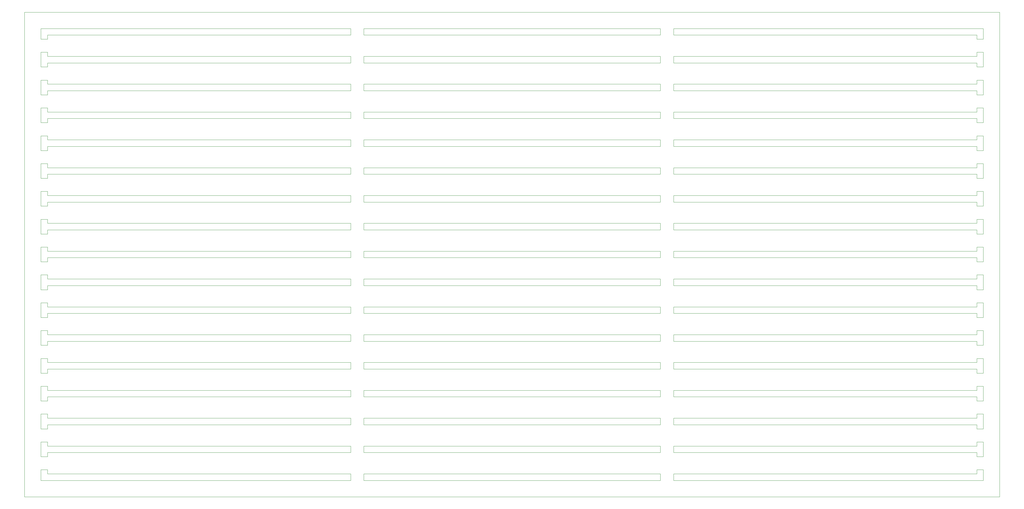
<source format=gbr>
G04 #@! TF.GenerationSoftware,KiCad,Pcbnew,(5.1.0-0)*
G04 #@! TF.CreationDate,2019-05-15T00:47:19-07:00*
G04 #@! TF.ProjectId,EOutside,454f7574-7369-4646-952e-6b696361645f,rev?*
G04 #@! TF.SameCoordinates,Original*
G04 #@! TF.FileFunction,Profile,NP*
%FSLAX46Y46*%
G04 Gerber Fmt 4.6, Leading zero omitted, Abs format (unit mm)*
G04 Created by KiCad (PCBNEW (5.1.0-0)) date 2019-05-15 00:47:19*
%MOMM*%
%LPD*%
G04 APERTURE LIST*
%ADD10C,0.100000*%
G04 APERTURE END LIST*
D10*
X182178118Y-240100339D02*
X182178118Y-238100339D01*
X186178218Y-240100339D02*
X186178218Y-238100339D01*
X276623171Y-240100339D02*
X276623171Y-238100339D01*
X280622927Y-240100339D02*
X280622927Y-238100339D01*
X186178218Y-240100339D02*
X276623171Y-240100339D01*
X87733065Y-240100249D02*
X182178118Y-240100339D01*
X280622927Y-240100339D02*
X375066796Y-240100249D01*
X182178118Y-161600358D02*
X182178118Y-163600235D01*
X89733093Y-161600358D02*
X182178118Y-161600358D01*
X89733093Y-160350369D02*
X89733093Y-161600358D01*
X87733065Y-160350369D02*
X89733093Y-160350369D01*
X375066796Y-194350361D02*
X375066796Y-198850173D01*
X373065993Y-194350361D02*
X375066796Y-194350361D01*
X373065497Y-195600349D02*
X373065993Y-194350361D01*
X280622927Y-195600349D02*
X373065497Y-195600349D01*
X280622927Y-197600227D02*
X280622927Y-195600349D01*
X373068038Y-197600227D02*
X280622927Y-197600227D01*
X373067543Y-198850173D02*
X373068038Y-197600227D01*
X375066796Y-198850173D02*
X373067543Y-198850173D01*
X375066796Y-202850273D02*
X375066796Y-207350257D01*
X373065993Y-202850273D02*
X375066796Y-202850273D01*
X276623171Y-104100228D02*
X186178218Y-104100228D01*
X276623171Y-102100200D02*
X276623171Y-104100228D01*
X375066796Y-109350381D02*
X375066796Y-113850193D01*
X373065993Y-109350381D02*
X375066796Y-109350381D01*
X373065497Y-110600348D02*
X373065993Y-109350381D01*
X280622927Y-110600348D02*
X373065497Y-110600348D01*
X280622927Y-112600226D02*
X280622927Y-110600348D01*
X373068038Y-112600226D02*
X280622927Y-112600226D01*
X373067543Y-113850193D02*
X373068038Y-112600226D01*
X375066796Y-113850193D02*
X373067543Y-113850193D01*
X375066796Y-117850293D02*
X375066796Y-122350277D01*
X373065993Y-117850293D02*
X375066796Y-117850293D01*
X373065497Y-119100346D02*
X373065993Y-117850293D01*
X280622927Y-119100346D02*
X373065497Y-119100346D01*
X280622927Y-121100224D02*
X280622927Y-119100346D01*
X373068038Y-121100224D02*
X280622927Y-121100224D01*
X373067543Y-122350277D02*
X373068038Y-121100224D01*
X375066796Y-122350277D02*
X373067543Y-122350277D01*
X375066796Y-126350377D02*
X375066796Y-130850189D01*
X373065993Y-126350377D02*
X375066796Y-126350377D01*
X373065497Y-127600344D02*
X373065993Y-126350377D01*
X280622927Y-127600344D02*
X373065497Y-127600344D01*
X280622927Y-129600222D02*
X280622927Y-127600344D01*
X373068038Y-129600222D02*
X280622927Y-129600222D01*
X373067543Y-130850189D02*
X373068038Y-129600222D01*
X375066796Y-130850189D02*
X373067543Y-130850189D01*
X375066796Y-134850289D02*
X375066796Y-139350273D01*
X373065993Y-134850289D02*
X375066796Y-134850289D01*
X373065497Y-136100342D02*
X373065993Y-134850289D01*
X280622927Y-136100342D02*
X373065497Y-136100342D01*
X280622927Y-138100220D02*
X280622927Y-136100342D01*
X89733093Y-105350281D02*
X87733065Y-105350281D01*
X89733093Y-104100228D02*
X89733093Y-105350281D01*
X182178118Y-104100228D02*
X89733093Y-104100228D01*
X182178118Y-102100200D02*
X182178118Y-104100228D01*
X186178218Y-172100233D02*
X186178218Y-170100355D01*
X276623171Y-180600231D02*
X186178218Y-180600231D01*
X276623171Y-178600353D02*
X276623171Y-180600231D01*
X182178118Y-195600349D02*
X182178118Y-197600227D01*
X89733093Y-195600349D02*
X182178118Y-195600349D01*
X89733093Y-194350361D02*
X89733093Y-195600349D01*
X87733065Y-194350361D02*
X89733093Y-194350361D01*
X82733068Y-97100203D02*
X82733068Y-245100322D01*
X375066796Y-215850168D02*
X373067543Y-215850168D01*
X375066796Y-219850269D02*
X375066796Y-224350253D01*
X373065993Y-219850269D02*
X375066796Y-219850269D01*
X373065497Y-221100343D02*
X373065993Y-219850269D01*
X280622927Y-221100343D02*
X373065497Y-221100343D01*
X280622927Y-223100221D02*
X280622927Y-221100343D01*
X373068038Y-223100221D02*
X280622927Y-223100221D01*
X373067543Y-224350253D02*
X373068038Y-223100221D01*
X375066796Y-224350253D02*
X373067543Y-224350253D01*
X375066796Y-228350353D02*
X375066796Y-232850164D01*
X373065993Y-228350353D02*
X375066796Y-228350353D01*
X373065497Y-229600341D02*
X373065993Y-228350353D01*
X280622927Y-229600341D02*
X373065497Y-229600341D01*
X280622927Y-231600219D02*
X280622927Y-229600341D01*
X373068038Y-231600219D02*
X280622927Y-231600219D01*
X373067543Y-232850164D02*
X373068038Y-231600219D01*
X375066796Y-232850164D02*
X373067543Y-232850164D01*
X375066796Y-236850265D02*
X375066796Y-240100249D01*
X373065993Y-236850265D02*
X375066796Y-236850265D01*
X373065497Y-238100339D02*
X373065993Y-236850265D01*
X280622927Y-238100339D02*
X373065497Y-238100339D01*
X186178218Y-178600353D02*
X276623171Y-178600353D01*
X186178218Y-180600231D02*
X186178218Y-178600353D01*
X276623171Y-189100229D02*
X186178218Y-189100229D01*
X373065993Y-177350365D02*
X375066796Y-177350365D01*
X373065497Y-178600353D02*
X373065993Y-177350365D01*
X280622927Y-178600353D02*
X373065497Y-178600353D01*
X280622927Y-180600231D02*
X280622927Y-178600353D01*
X373068038Y-180600231D02*
X280622927Y-180600231D01*
X373067543Y-181850177D02*
X373068038Y-180600231D01*
X375066796Y-181850177D02*
X373067543Y-181850177D01*
X375066796Y-185850277D02*
X375066796Y-190350261D01*
X373065993Y-185850277D02*
X375066796Y-185850277D01*
X373065497Y-187100351D02*
X373065993Y-185850277D01*
X280622927Y-187100351D02*
X373065497Y-187100351D01*
X280622927Y-189100229D02*
X280622927Y-187100351D01*
X373068038Y-189100229D02*
X280622927Y-189100229D01*
X373067543Y-190350261D02*
X373068038Y-189100229D01*
X375066796Y-190350261D02*
X373067543Y-190350261D01*
X380066771Y-245100322D02*
X380066771Y-97100203D01*
X82733068Y-245100322D02*
X380066771Y-245100322D01*
X87733065Y-190350261D02*
X87733065Y-185850277D01*
X89733093Y-190350261D02*
X87733065Y-190350261D01*
X89733093Y-189100229D02*
X89733093Y-190350261D01*
X182178118Y-189100229D02*
X89733093Y-189100229D01*
X182178118Y-187100351D02*
X182178118Y-189100229D01*
X89733093Y-187100351D02*
X182178118Y-187100351D01*
X89733093Y-185850277D02*
X89733093Y-187100351D01*
X87733065Y-185850277D02*
X89733093Y-185850277D01*
X186178218Y-102100200D02*
X276623171Y-102100200D01*
X87733065Y-102100200D02*
X182178118Y-102100200D01*
X276623171Y-112600226D02*
X186178218Y-112600226D01*
X276623171Y-110600348D02*
X276623171Y-112600226D01*
X186178218Y-110600348D02*
X276623171Y-110600348D01*
X186178218Y-112600226D02*
X186178218Y-110600348D01*
X182178118Y-129600222D02*
X89733093Y-129600222D01*
X182178118Y-127600344D02*
X182178118Y-129600222D01*
X89733093Y-127600344D02*
X182178118Y-127600344D01*
X89733093Y-126350377D02*
X89733093Y-127600344D01*
X87733065Y-126350377D02*
X89733093Y-126350377D01*
X87733065Y-122350277D02*
X87733065Y-117850293D01*
X89733093Y-122350277D02*
X87733065Y-122350277D01*
X89733093Y-121100224D02*
X89733093Y-122350277D01*
X182178118Y-121100224D02*
X89733093Y-121100224D01*
X182178118Y-119100346D02*
X182178118Y-121100224D01*
X89733093Y-119100346D02*
X182178118Y-119100346D01*
X89733093Y-117850293D02*
X89733093Y-119100346D01*
X87733065Y-117850293D02*
X89733093Y-117850293D01*
X87733065Y-113850193D02*
X87733065Y-109350381D01*
X89733093Y-113850193D02*
X87733065Y-113850193D01*
X89733093Y-112600226D02*
X89733093Y-113850193D01*
X182178118Y-112600226D02*
X89733093Y-112600226D01*
X182178118Y-110600348D02*
X182178118Y-112600226D01*
X89733093Y-110600348D02*
X182178118Y-110600348D01*
X89733093Y-109350381D02*
X89733093Y-110600348D01*
X87733065Y-109350381D02*
X89733093Y-109350381D01*
X87733065Y-105350281D02*
X87733065Y-102100200D01*
X89733093Y-151850285D02*
X89733093Y-153100338D01*
X87733065Y-151850285D02*
X89733093Y-151850285D01*
X87733065Y-147850185D02*
X87733065Y-143350373D01*
X89733093Y-147850185D02*
X87733065Y-147850185D01*
X89733093Y-146600218D02*
X89733093Y-147850185D01*
X182178118Y-146600218D02*
X89733093Y-146600218D01*
X182178118Y-144600340D02*
X182178118Y-146600218D01*
X89733093Y-144600340D02*
X182178118Y-144600340D01*
X89733093Y-143350373D02*
X89733093Y-144600340D01*
X87733065Y-143350373D02*
X89733093Y-143350373D01*
X87733065Y-139350273D02*
X87733065Y-134850289D01*
X89733093Y-139350273D02*
X87733065Y-139350273D01*
X89733093Y-138100220D02*
X89733093Y-139350273D01*
X87733065Y-156350269D02*
X87733065Y-151850285D01*
X89733093Y-156350269D02*
X87733065Y-156350269D01*
X89733093Y-155100237D02*
X89733093Y-156350269D01*
X182178118Y-155100237D02*
X89733093Y-155100237D01*
X182178118Y-153100338D02*
X182178118Y-155100237D01*
X89733093Y-153100338D02*
X182178118Y-153100338D01*
X87733065Y-181850177D02*
X87733065Y-177350365D01*
X89733093Y-181850177D02*
X87733065Y-181850177D01*
X89733093Y-180600231D02*
X89733093Y-181850177D01*
X182178118Y-180600231D02*
X89733093Y-180600231D01*
X182178118Y-178600353D02*
X182178118Y-180600231D01*
X89733093Y-178600353D02*
X182178118Y-178600353D01*
X89733093Y-177350365D02*
X89733093Y-178600353D01*
X87733065Y-177350365D02*
X89733093Y-177350365D01*
X87733065Y-173350265D02*
X87733065Y-168850281D01*
X373065497Y-204100347D02*
X373065993Y-202850273D01*
X280622927Y-204100347D02*
X373065497Y-204100347D01*
X280622927Y-206100225D02*
X280622927Y-204100347D01*
X373068038Y-206100225D02*
X280622927Y-206100225D01*
X373067543Y-207350257D02*
X373068038Y-206100225D01*
X375066796Y-207350257D02*
X373067543Y-207350257D01*
X375066796Y-211350357D02*
X375066796Y-215850168D01*
X373065993Y-211350357D02*
X375066796Y-211350357D01*
X373065497Y-212600345D02*
X373065993Y-211350357D01*
X280622927Y-212600345D02*
X373065497Y-212600345D01*
X280622927Y-214600223D02*
X280622927Y-212600345D01*
X373068038Y-214600223D02*
X280622927Y-214600223D01*
X373067543Y-215850168D02*
X373068038Y-214600223D01*
X89733093Y-173350265D02*
X87733065Y-173350265D01*
X89733093Y-172100233D02*
X89733093Y-173350265D01*
X182178118Y-172100233D02*
X89733093Y-172100233D01*
X182178118Y-170100355D02*
X182178118Y-172100233D01*
X89733093Y-170100355D02*
X182178118Y-170100355D01*
X89733093Y-168850281D02*
X89733093Y-170100355D01*
X87733065Y-168850281D02*
X89733093Y-168850281D01*
X375066796Y-102100200D02*
X375066796Y-105350281D01*
X280622927Y-102100200D02*
X375066796Y-102100200D01*
X280622927Y-104100228D02*
X280622927Y-102100200D01*
X373068038Y-104100228D02*
X280622927Y-104100228D01*
X373067543Y-105350281D02*
X373068038Y-104100228D01*
X375066796Y-105350281D02*
X373067543Y-105350281D01*
X182178118Y-138100220D02*
X89733093Y-138100220D01*
X182178118Y-136100342D02*
X182178118Y-138100220D01*
X89733093Y-136100342D02*
X182178118Y-136100342D01*
X89733093Y-134850289D02*
X89733093Y-136100342D01*
X87733065Y-134850289D02*
X89733093Y-134850289D01*
X87733065Y-130850189D02*
X87733065Y-126350377D01*
X89733093Y-130850189D02*
X87733065Y-130850189D01*
X89733093Y-129600222D02*
X89733093Y-130850189D01*
X87733065Y-240100249D02*
X87733065Y-236850265D01*
X89733093Y-238100339D02*
X182178118Y-238100339D01*
X89733093Y-236850265D02*
X89733093Y-238100339D01*
X87733065Y-236850265D02*
X89733093Y-236850265D01*
X87733065Y-232850164D02*
X87733065Y-228350353D01*
X89733093Y-232850164D02*
X87733065Y-232850164D01*
X89733093Y-231600219D02*
X89733093Y-232850164D01*
X182178118Y-231600219D02*
X89733093Y-231600219D01*
X182178118Y-229600341D02*
X182178118Y-231600219D01*
X89733093Y-229600341D02*
X182178118Y-229600341D01*
X89733093Y-228350353D02*
X89733093Y-229600341D01*
X87733065Y-228350353D02*
X89733093Y-228350353D01*
X87733065Y-224350253D02*
X87733065Y-219850269D01*
X89733093Y-224350253D02*
X87733065Y-224350253D01*
X89733093Y-223100221D02*
X89733093Y-224350253D01*
X182178118Y-223100221D02*
X89733093Y-223100221D01*
X182178118Y-221100343D02*
X182178118Y-223100221D01*
X89733093Y-221100343D02*
X182178118Y-221100343D01*
X89733093Y-219850269D02*
X89733093Y-221100343D01*
X87733065Y-219850269D02*
X89733093Y-219850269D01*
X87733065Y-215850168D02*
X87733065Y-211350357D01*
X89733093Y-215850168D02*
X87733065Y-215850168D01*
X89733093Y-214600223D02*
X89733093Y-215850168D01*
X182178118Y-214600223D02*
X89733093Y-214600223D01*
X182178118Y-212600345D02*
X182178118Y-214600223D01*
X89733093Y-212600345D02*
X182178118Y-212600345D01*
X89733093Y-211350357D02*
X89733093Y-212600345D01*
X87733065Y-211350357D02*
X89733093Y-211350357D01*
X87733065Y-207350257D02*
X87733065Y-202850273D01*
X89733093Y-207350257D02*
X87733065Y-207350257D01*
X89733093Y-206100225D02*
X89733093Y-207350257D01*
X182178118Y-206100225D02*
X89733093Y-206100225D01*
X182178118Y-204100347D02*
X182178118Y-206100225D01*
X89733093Y-204100347D02*
X182178118Y-204100347D01*
X89733093Y-202850273D02*
X89733093Y-204100347D01*
X87733065Y-202850273D02*
X89733093Y-202850273D01*
X87733065Y-198850173D02*
X87733065Y-194350361D01*
X89733093Y-198850173D02*
X87733065Y-198850173D01*
X89733093Y-197600227D02*
X89733093Y-198850173D01*
X182178118Y-197600227D02*
X89733093Y-197600227D01*
X373068038Y-138100220D02*
X280622927Y-138100220D01*
X373067543Y-139350273D02*
X373068038Y-138100220D01*
X375066796Y-139350273D02*
X373067543Y-139350273D01*
X375066796Y-143350373D02*
X375066796Y-147850185D01*
X373065993Y-143350373D02*
X375066796Y-143350373D01*
X373065497Y-144600340D02*
X373065993Y-143350373D01*
X280622927Y-144600340D02*
X373065497Y-144600340D01*
X280622927Y-146600218D02*
X280622927Y-144600340D01*
X373068038Y-146600218D02*
X280622927Y-146600218D01*
X373067543Y-147850185D02*
X373068038Y-146600218D01*
X375066796Y-147850185D02*
X373067543Y-147850185D01*
X375066796Y-151850285D02*
X375066796Y-156350269D01*
X373065993Y-151850285D02*
X375066796Y-151850285D01*
X373065497Y-153100338D02*
X373065993Y-151850285D01*
X280622927Y-153100338D02*
X373065497Y-153100338D01*
X280622927Y-155100237D02*
X280622927Y-153100338D01*
X373068038Y-155100237D02*
X280622927Y-155100237D01*
X373067543Y-156350269D02*
X373068038Y-155100237D01*
X375066796Y-156350269D02*
X373067543Y-156350269D01*
X375066796Y-160350369D02*
X375066796Y-164850181D01*
X373065993Y-160350369D02*
X375066796Y-160350369D01*
X373065497Y-161600358D02*
X373065993Y-160350369D01*
X280622927Y-161600358D02*
X373065497Y-161600358D01*
X280622927Y-163600235D02*
X280622927Y-161600358D01*
X373068038Y-163600235D02*
X280622927Y-163600235D01*
X373067543Y-164850181D02*
X373068038Y-163600235D01*
X375066796Y-164850181D02*
X373067543Y-164850181D01*
X375066796Y-168850281D02*
X375066796Y-173350265D01*
X373065993Y-168850281D02*
X375066796Y-168850281D01*
X373065497Y-170100355D02*
X373065993Y-168850281D01*
X280622927Y-170100355D02*
X373065497Y-170100355D01*
X280622927Y-172100233D02*
X280622927Y-170100355D01*
X373068038Y-172100233D02*
X280622927Y-172100233D01*
X373067543Y-173350265D02*
X373068038Y-172100233D01*
X375066796Y-173350265D02*
X373067543Y-173350265D01*
X375066796Y-177350365D02*
X375066796Y-181850177D01*
X87733065Y-164850181D02*
X87733065Y-160350369D01*
X89733093Y-164850181D02*
X87733065Y-164850181D01*
X89733093Y-163600235D02*
X89733093Y-164850181D01*
X182178118Y-163600235D02*
X89733093Y-163600235D01*
X276623171Y-187100351D02*
X276623171Y-189100229D01*
X186178218Y-187100351D02*
X276623171Y-187100351D01*
X186178218Y-189100229D02*
X186178218Y-187100351D01*
X276623171Y-197600227D02*
X186178218Y-197600227D01*
X276623171Y-195600349D02*
X276623171Y-197600227D01*
X186178218Y-195600349D02*
X276623171Y-195600349D01*
X186178218Y-197600227D02*
X186178218Y-195600349D01*
X276623171Y-206100225D02*
X186178218Y-206100225D01*
X276623171Y-204100347D02*
X276623171Y-206100225D01*
X186178218Y-204100347D02*
X276623171Y-204100347D01*
X186178218Y-206100225D02*
X186178218Y-204100347D01*
X276623171Y-214600223D02*
X186178218Y-214600223D01*
X276623171Y-212600345D02*
X276623171Y-214600223D01*
X186178218Y-212600345D02*
X276623171Y-212600345D01*
X186178218Y-214600223D02*
X186178218Y-212600345D01*
X276623171Y-223100221D02*
X186178218Y-223100221D01*
X276623171Y-221100343D02*
X276623171Y-223100221D01*
X186178218Y-221100343D02*
X276623171Y-221100343D01*
X186178218Y-223100221D02*
X186178218Y-221100343D01*
X276623171Y-231600219D02*
X186178218Y-231600219D01*
X276623171Y-229600341D02*
X276623171Y-231600219D01*
X186178218Y-229600341D02*
X276623171Y-229600341D01*
X186178218Y-231600219D02*
X186178218Y-229600341D01*
X186178218Y-238100339D02*
X276623171Y-238100339D01*
X186178218Y-104100228D02*
X186178218Y-102100200D01*
X380066771Y-97100203D02*
X82733068Y-97100203D01*
X186178218Y-146600218D02*
X186178218Y-144600340D01*
X276623171Y-155100237D02*
X186178218Y-155100237D01*
X276623171Y-153100338D02*
X276623171Y-155100237D01*
X186178218Y-153100338D02*
X276623171Y-153100338D01*
X186178218Y-155100237D02*
X186178218Y-153100338D01*
X276623171Y-163600235D02*
X186178218Y-163600235D01*
X276623171Y-161600358D02*
X276623171Y-163600235D01*
X186178218Y-161600358D02*
X276623171Y-161600358D01*
X186178218Y-163600235D02*
X186178218Y-161600358D01*
X276623171Y-172100233D02*
X186178218Y-172100233D01*
X276623171Y-170100355D02*
X276623171Y-172100233D01*
X186178218Y-170100355D02*
X276623171Y-170100355D01*
X186178218Y-127600344D02*
X276623171Y-127600344D01*
X186178218Y-129600222D02*
X186178218Y-127600344D01*
X276623171Y-138100220D02*
X186178218Y-138100220D01*
X276623171Y-136100342D02*
X276623171Y-138100220D01*
X186178218Y-136100342D02*
X276623171Y-136100342D01*
X186178218Y-138100220D02*
X186178218Y-136100342D01*
X276623171Y-146600218D02*
X186178218Y-146600218D01*
X276623171Y-144600340D02*
X276623171Y-146600218D01*
X186178218Y-144600340D02*
X276623171Y-144600340D01*
X276623171Y-121100224D02*
X186178218Y-121100224D01*
X276623171Y-119100346D02*
X276623171Y-121100224D01*
X186178218Y-119100346D02*
X276623171Y-119100346D01*
X186178218Y-121100224D02*
X186178218Y-119100346D01*
X276623171Y-129600222D02*
X186178218Y-129600222D01*
X276623171Y-127600344D02*
X276623171Y-129600222D01*
M02*

</source>
